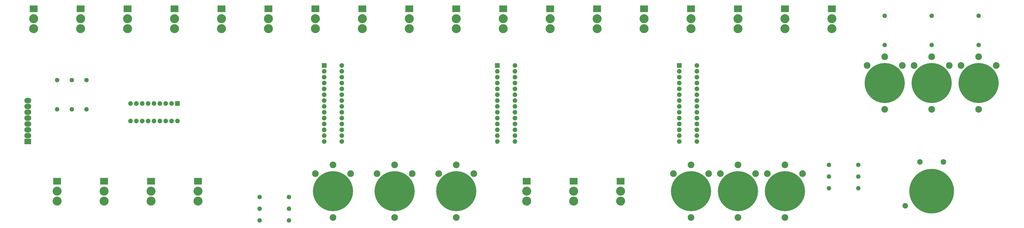
<source format=gbr>
G04 #@! TF.FileFunction,Soldermask,Bot*
%FSLAX46Y46*%
G04 Gerber Fmt 4.6, Leading zero omitted, Abs format (unit mm)*
G04 Created by KiCad (PCBNEW 4.0.5) date 04/16/17 00:06:54*
%MOMM*%
%LPD*%
G01*
G04 APERTURE LIST*
%ADD10C,0.100000*%
%ADD11R,2.000000X2.000000*%
%ADD12O,2.000000X2.000000*%
%ADD13R,3.400000X2.900000*%
%ADD14C,3.900000*%
%ADD15R,3.000000X2.400000*%
%ADD16O,3.000000X2.400000*%
%ADD17C,17.400000*%
%ADD18C,2.900000*%
%ADD19C,1.924000*%
%ADD20C,19.400000*%
%ADD21C,2.400000*%
G04 APERTURE END LIST*
D10*
D11*
X91440000Y-93980000D03*
D12*
X71120000Y-101600000D03*
X88900000Y-93980000D03*
X73660000Y-101600000D03*
X86360000Y-93980000D03*
X76200000Y-101600000D03*
X83820000Y-93980000D03*
X78740000Y-101600000D03*
X81280000Y-93980000D03*
X81280000Y-101600000D03*
X78740000Y-93980000D03*
X83820000Y-101600000D03*
X76200000Y-93980000D03*
X86360000Y-101600000D03*
X73660000Y-93980000D03*
X88900000Y-101600000D03*
X71120000Y-93980000D03*
X91440000Y-101600000D03*
D13*
X80010000Y-127780000D03*
D14*
X80010000Y-132080000D03*
X80010000Y-136380000D03*
D13*
X59690000Y-127780000D03*
D14*
X59690000Y-132080000D03*
X59690000Y-136380000D03*
D15*
X26670000Y-110490000D03*
D16*
X26670000Y-107950000D03*
X26670000Y-105410000D03*
X26670000Y-102870000D03*
X26670000Y-100330000D03*
X26670000Y-97790000D03*
X26670000Y-95250000D03*
X26670000Y-92710000D03*
D11*
X308610000Y-77470000D03*
D12*
X316230000Y-110490000D03*
X308610000Y-80010000D03*
X316230000Y-107950000D03*
X308610000Y-82550000D03*
X316230000Y-105410000D03*
X308610000Y-85090000D03*
X316230000Y-102870000D03*
X308610000Y-87630000D03*
X316230000Y-100330000D03*
X308610000Y-90170000D03*
X316230000Y-97790000D03*
X308610000Y-92710000D03*
X316230000Y-95250000D03*
X308610000Y-95250000D03*
X316230000Y-92710000D03*
X308610000Y-97790000D03*
X316230000Y-90170000D03*
X308610000Y-100330000D03*
X316230000Y-87630000D03*
X308610000Y-102870000D03*
X316230000Y-85090000D03*
X308610000Y-105410000D03*
X316230000Y-82550000D03*
X308610000Y-107950000D03*
X316230000Y-80010000D03*
X308610000Y-110490000D03*
X316230000Y-77470000D03*
D11*
X154940000Y-77470000D03*
D12*
X162560000Y-110490000D03*
X154940000Y-80010000D03*
X162560000Y-107950000D03*
X154940000Y-82550000D03*
X162560000Y-105410000D03*
X154940000Y-85090000D03*
X162560000Y-102870000D03*
X154940000Y-87630000D03*
X162560000Y-100330000D03*
X154940000Y-90170000D03*
X162560000Y-97790000D03*
X154940000Y-92710000D03*
X162560000Y-95250000D03*
X154940000Y-95250000D03*
X162560000Y-92710000D03*
X154940000Y-97790000D03*
X162560000Y-90170000D03*
X154940000Y-100330000D03*
X162560000Y-87630000D03*
X154940000Y-102870000D03*
X162560000Y-85090000D03*
X154940000Y-105410000D03*
X162560000Y-82550000D03*
X154940000Y-107950000D03*
X162560000Y-80010000D03*
X154940000Y-110490000D03*
X162560000Y-77470000D03*
D11*
X229870000Y-77470000D03*
D12*
X237490000Y-110490000D03*
X229870000Y-80010000D03*
X237490000Y-107950000D03*
X229870000Y-82550000D03*
X237490000Y-105410000D03*
X229870000Y-85090000D03*
X237490000Y-102870000D03*
X229870000Y-87630000D03*
X237490000Y-100330000D03*
X229870000Y-90170000D03*
X237490000Y-97790000D03*
X229870000Y-92710000D03*
X237490000Y-95250000D03*
X229870000Y-95250000D03*
X237490000Y-92710000D03*
X229870000Y-97790000D03*
X237490000Y-90170000D03*
X229870000Y-100330000D03*
X237490000Y-87630000D03*
X229870000Y-102870000D03*
X237490000Y-85090000D03*
X229870000Y-105410000D03*
X237490000Y-82550000D03*
X229870000Y-107950000D03*
X237490000Y-80010000D03*
X229870000Y-110490000D03*
X237490000Y-77470000D03*
D13*
X130810000Y-52850000D03*
D14*
X130810000Y-57150000D03*
X130810000Y-61450000D03*
D13*
X151130000Y-52850000D03*
D14*
X151130000Y-57150000D03*
X151130000Y-61450000D03*
D13*
X374650000Y-52850000D03*
D14*
X374650000Y-57150000D03*
X374650000Y-61450000D03*
D13*
X354330000Y-52850000D03*
D14*
X354330000Y-57150000D03*
X354330000Y-61450000D03*
D13*
X334010000Y-52850000D03*
D14*
X334010000Y-57150000D03*
X334010000Y-61450000D03*
D13*
X313690000Y-52850000D03*
D14*
X313690000Y-57150000D03*
X313690000Y-61450000D03*
D13*
X293370000Y-52850000D03*
D14*
X293370000Y-57150000D03*
X293370000Y-61450000D03*
D13*
X273050000Y-52850000D03*
D14*
X273050000Y-57150000D03*
X273050000Y-61450000D03*
D13*
X252730000Y-52850000D03*
D14*
X252730000Y-57150000D03*
X252730000Y-61450000D03*
D13*
X232410000Y-52850000D03*
D14*
X232410000Y-57150000D03*
X232410000Y-61450000D03*
D13*
X212090000Y-52850000D03*
D14*
X212090000Y-57150000D03*
X212090000Y-61450000D03*
D13*
X191770000Y-52850000D03*
D14*
X191770000Y-57150000D03*
X191770000Y-61450000D03*
D13*
X171450000Y-52850000D03*
D14*
X171450000Y-57150000D03*
X171450000Y-61450000D03*
D13*
X110490000Y-52850000D03*
D14*
X110490000Y-57150000D03*
X110490000Y-61450000D03*
D13*
X90170000Y-52850000D03*
D14*
X90170000Y-57150000D03*
X90170000Y-61450000D03*
D13*
X69850000Y-52850000D03*
D14*
X69850000Y-57150000D03*
X69850000Y-61450000D03*
D13*
X49530000Y-52850000D03*
D14*
X49530000Y-57150000D03*
X49530000Y-61450000D03*
D13*
X29210000Y-52850000D03*
D14*
X29210000Y-57150000D03*
X29210000Y-61450000D03*
D13*
X39370000Y-127780000D03*
D14*
X39370000Y-132080000D03*
X39370000Y-136380000D03*
D13*
X100330000Y-127780000D03*
D14*
X100330000Y-132080000D03*
X100330000Y-136380000D03*
D13*
X242570000Y-127780000D03*
D14*
X242570000Y-132080000D03*
X242570000Y-136380000D03*
D13*
X262890000Y-127780000D03*
D14*
X262890000Y-132080000D03*
X262890000Y-136380000D03*
D13*
X283210000Y-127780000D03*
D14*
X283210000Y-132080000D03*
X283210000Y-136380000D03*
D17*
X438150000Y-85090000D03*
D18*
X438150000Y-73660000D03*
X445770000Y-77470000D03*
X430530000Y-77470000D03*
X438150000Y-96520000D03*
D17*
X417830000Y-85090000D03*
D18*
X417830000Y-73660000D03*
X425450000Y-77470000D03*
X410210000Y-77470000D03*
X417830000Y-96520000D03*
D17*
X397510000Y-85090000D03*
D18*
X397510000Y-73660000D03*
X405130000Y-77470000D03*
X389890000Y-77470000D03*
X397510000Y-96520000D03*
D17*
X158750000Y-132080000D03*
D18*
X158750000Y-120650000D03*
X166370000Y-124460000D03*
X151130000Y-124460000D03*
X158750000Y-143510000D03*
D17*
X185420000Y-132080000D03*
D18*
X185420000Y-120650000D03*
X193040000Y-124460000D03*
X177800000Y-124460000D03*
X185420000Y-143510000D03*
D17*
X212090000Y-132080000D03*
D18*
X212090000Y-120650000D03*
X219710000Y-124460000D03*
X204470000Y-124460000D03*
X212090000Y-143510000D03*
D17*
X354330000Y-132080000D03*
D18*
X354330000Y-120650000D03*
X361950000Y-124460000D03*
X346710000Y-124460000D03*
X354330000Y-143510000D03*
D17*
X334010000Y-132080000D03*
D18*
X334010000Y-120650000D03*
X341630000Y-124460000D03*
X326390000Y-124460000D03*
X334010000Y-143510000D03*
D17*
X313690000Y-132080000D03*
D18*
X313690000Y-120650000D03*
X321310000Y-124460000D03*
X306070000Y-124460000D03*
X313690000Y-143510000D03*
D19*
X397510000Y-68580000D03*
X397510000Y-55880000D03*
X417830000Y-55880000D03*
X417830000Y-68580000D03*
X438150000Y-55880000D03*
X438150000Y-68580000D03*
X386080000Y-120650000D03*
X373380000Y-120650000D03*
X386080000Y-125730000D03*
X373380000Y-125730000D03*
X386080000Y-130810000D03*
X373380000Y-130810000D03*
X52070000Y-83820000D03*
X52070000Y-96520000D03*
X45720000Y-83820000D03*
X45720000Y-96520000D03*
X39370000Y-83820000D03*
X39370000Y-96520000D03*
X139700000Y-134620000D03*
X127000000Y-134620000D03*
X139700000Y-139700000D03*
X127000000Y-139700000D03*
X139700000Y-144780000D03*
X127000000Y-144780000D03*
D20*
X417830000Y-132080000D03*
D21*
X422910000Y-119380000D03*
X412750000Y-119380000D03*
X406400000Y-138430000D03*
M02*

</source>
